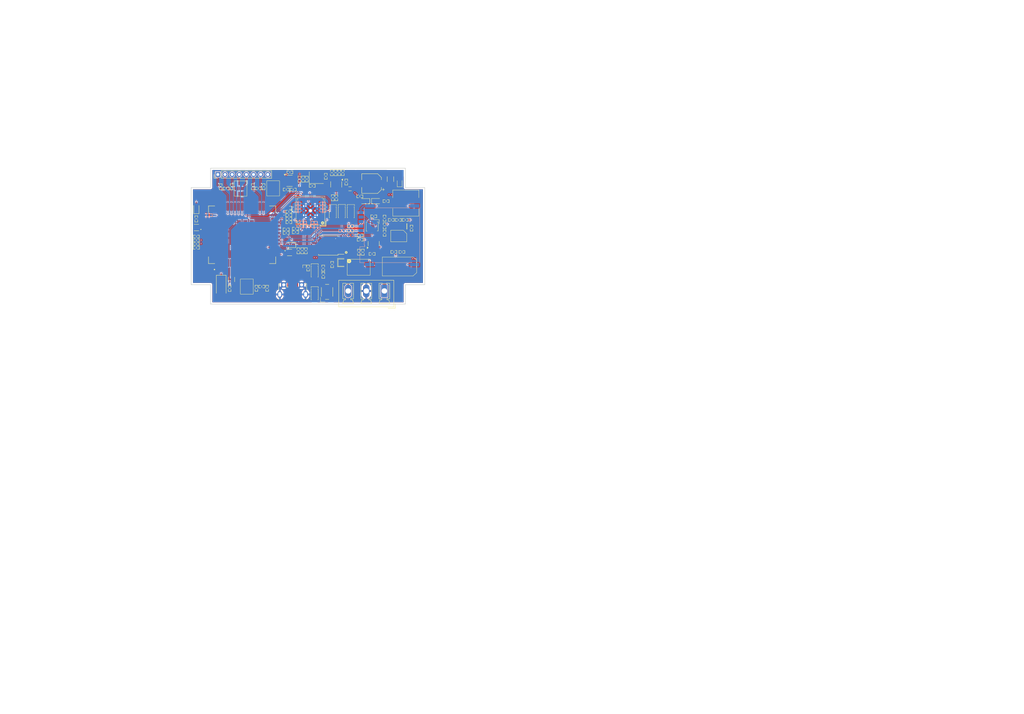
<source format=kicad_pcb>
(kicad_pcb (version 20241229) (generator "pcbnew") (generator_version "9.0")
  (layers (0 "F.Cu" signal) (4 "In1.Cu" signal) (6 "In2.Cu" signal) (2 "B.Cu" signal) (13 "F.Paste" user) (15 "B.Paste" user) (5 "F.SilkS" user "F.Silkscreen") (7 "B.SilkS" user "B.Silkscreen") (1 "F.Mask" user) (3 "B.Mask" user) (25 "Edge.Cuts" user))
  (net 0 "")
  (net 1 "VIN")
  (net 2 "/SD_DET&gt;")
  (net 3 "Net-(IC2-SW)")
  (net 4 "Net-(IC2-BST)")
  (net 5 "/XIN")
  (net 6 "Net-(C15-Pad1)")
  (net 7 "+1V1")
  (net 8 "Net-(C43-Pad1)")
  (net 9 "Net-(IC2-COMP)")
  (net 10 "/VDD_EXT")
  (net 11 "Net-(IC5-SW)")
  (net 12 "Net-(IC5-BS)")
  (net 13 "Earth")
  (net 14 "Net-(IC5-FB)")
  (net 15 "RP2040_3V3")
  (net 16 "Net-(D6-A)")
  (net 17 "/GPIO27_ADC1")
  (net 18 "/GPIO2")
  (net 19 "Net-(D16-PadC)")
  (net 20 "/GPIO3")
  (net 21 "Net-(D18-A)")
  (net 22 "Net-(D19-PadA)")
  (net 23 "/Micro")
  (net 24 "Net-(IC2-FB)")
  (net 25 "/GPIO4")
  (net 26 "Net-(IC2-FREQ)")
  (net 27 "Net-(IC5-EN)")
  (net 29 "ADC_VREF")
  (net 30 "Net-(U5-ADC_AVDD)")
  (net 31 "/USB_D_P")
  (net 32 "/USB_D_N")
  (net 33 "/XOUT")
  (net 34 "/QSPI_SS")
  (net 35 "/~{USB_BOOT}")
  (net 36 "Net-(U6-A)")
  (net 37 "IGN")
  (net 38 "IGN_V")
  (net 39 "Net-(U6-C)")
  (net 40 "Net-(U6-E)")
  (net 41 "Net-(U5-RUN)")
  (net 42 "/RESET")
  (net 43 "/ANT_GPS")
  (net 44 "Net-(C3--)")
  (net 45 "/ANT_GNSS")
  (net 46 "Net-(C5--)")
  (net 47 "/ANT_BT")
  (net 48 "Net-(C7--)")
  (net 49 "GNDD")
  (net 50 "/SIMCLK")
  (net 51 "/SIMRST")
  (net 52 "/SIM1_VDD")
  (net 53 "4V")
  (net 54 "Net-(U4-FB)")
  (net 55 "GNSSVCC")
  (net 56 "/GPIO5")
  (net 57 "Net-(D2-K)")
  (net 58 "Net-(D3-K)")
  (net 59 "/RTS>")
  (net 60 "/CTS>")
  (net 61 "/DBG_TXD")
  (net 62 "/DTR>")
  (net 63 "/DBG_RXD")
  (net 64 "/DCD>")
  (net 65 "/RING>")
  (net 66 "/SIM_RST")
  (net 67 "/SIM_CLK")
  (net 68 "Net-(Q1-C)")
  (net 69 "Net-(Q2-C)")
  (net 70 "/SIM_DAT")
  (net 71 "/TXD_G")
  (net 72 "/RXD_AUX")
  (net 73 "/RXD_G")
  (net 74 "/GNSS_VCC_EN")
  (net 75 "/VRTC")
  (net 78 "/SIMDAT")
  (net 79 "/NETLIGHT")
  (net 80 "/1PPS")
  (net 81 "/PWRKEY")
  (net 83 "/MIC_P")
  (net 84 "/GPIO17")
  (net 85 "/SPKN")
  (net 88 "/GPIO16")
  (net 89 "/MIC_N")
  (net 94 "/SPKP")
  (net 96 "/ADC")
  (net 98 "/SD_CMD")
  (net 103 "/LOUD_SPKP")
  (net 105 "/LOUD_SPKN")
  (net 106 "/SD_CLK")
  (net 109 "/SD_DAT")
  (net 113 "VRAW")
  (net 114 "/QSPI_SD3")
  (net 115 "/QSPI_SD2")
  (net 116 "/QSPI_SD1")
  (net 117 "/QSPI_SD0")
  (net 118 "/QSPI_SCLK")
  (net 119 "/GPIO7")
  (net 120 "/GPIO0")
  (net 121 "/GPIO11")
  (net 122 "/GPIO13")
  (net 123 "/SWCLK")
  (net 124 "/GPIO15")
  (net 125 "/GPIO8")
  (net 126 "/GPIO18")
  (net 127 "/GPIO14")
  (net 128 "/GPIO20")
  (net 129 "/GPIO26_ADC0")
  (net 130 "/GPIO19")
  (net 131 "/GPIO23")
  (net 132 "/GPIO24")
  (net 133 "/GPIO28_ADC2")
  (net 134 "/GPIO29_ADC3")
  (net 135 "/GPIO21")
  (net 136 "/GPIO12")
  (net 137 "/GPIO22")
  (net 138 "/GPIO1")
  (net 139 "/GPIO6")
  (net 140 "/GPIO10")
  (net 141 "/GPIO25")
  (net 142 "/SWD")
  (net 143 "/GPIO9")
  (net 144 "/USB_D+")
  (net 145 "/USB_D-")
  (footprint "Footprint Library:R_0402_1005Metric" (layer "F.Cu") (at 19.13 5.965 180)
    (property "Reference" "R4" (hide yes))
    (property "Value" "0R")
  )
  (footprint "Footprint Library:ESD5341N" (layer "F.Cu") (at 32.07 27.81 -90)
    (property "Reference" "D15" (hide yes))
    (property "Value" "ESD5341N" (hide yes))
  )
  (footprint "Footprint Library:R_0402_1005Metric" (layer "F.Cu") (at 27.68 12.47)
    (property "Reference" "R50" (hide yes))
    (property "Value" "10K")
  )
  (footprint "Footprint Library:R_0402_1005Metric" (layer "F.Cu") (at 34.25 5.27 180)
    (property "Reference" "R24" (hide yes))
    (property "Value" "1K")
  )
  (footprint "Footprint Library:C_0402_1005Metric" (layer "F.Cu") (at 47.69 19.12 180)
    (property "Reference" "C9" (hide yes))
    (property "Value" "33pF")
  )
  (footprint "Footprint Library:R_0402_1005Metric" (layer "F.Cu") (at 57.14 23.79 180)
    (property "Reference" "R31" (hide yes))
    (property "Value" "200K")
  )
  (footprint "Footprint Library:MP1584N" (layer "F.Cu") (at 58.285 19.332 -90)
    (property "Reference" "IC2" (hide yes))
    (property "Value" "MP1584EN" (hide yes))
  )
  (footprint "Footprint Library:ESD5341N" (layer "F.Cu") (at 28.192995 11.44 180)
    (property "Reference" "D11" (hide yes))
    (property "Value" "ESD5341N" (hide yes))
  )
  (footprint "Footprint Library:C_0402_1005Metric" (layer "F.Cu") (at 56.43 14.8)
    (property "Reference" "C43" (hide yes))
    (property "Value" "150pF")
  )
  (footprint "Footprint Library:R_0402_1005Metric" (layer "F.Cu") (at 47.71 20.35 180)
    (property "Reference" "R11" (hide yes))
    (property "Value" "0R")
  )
  (footprint "LED_SMD:LED_0603_1608Metric" (layer "F.Cu") (at 28.15 21.84 180)
    (property "Reference" "D3" (hide yes))
    (property "Value" "LED_GREEN")
  )
  (footprint "Footprint Library:R_0402_1005Metric" (layer "F.Cu") (at 37.32 28.32 -90)
    (property "Reference" "R33" (hide yes))
    (property "Value" "DNP")
  )
  (footprint "Footprint Library:R_0402_1005Metric" (layer "F.Cu") (at 47.59 8.2)
    (property "Reference" "R47" (hide yes))
    (property "Value" "4.7K")
  )
  (footprint "Footprint Library:C_0402_1005Metric" (layer "F.Cu") (at 1.76 21.55 180)
    (property "Reference" "C34" (hide yes))
    (property "Value" "10pF")
  )
  (footprint "Footprint Library:C_0402_1005Metric" (layer "F.Cu") (at 33.1 28.29 -90)
    (property "Reference" "C42" (hide yes))
    (property "Value" "100nF")
  )
  (footprint "Footprint Library:C_0402_1005Metric" (layer "F.Cu") (at 1.76 19.45 180)
    (property "Reference" "C33" (hide yes))
    (property "Value" "33pF")
  )
  (footprint "Footprint Library:C_0402_1005Metric" (layer "F.Cu") (at 44.98 16.54)
    (property "Reference" "C10" (hide yes))
    (property "Value" "33pF")
  )
  (footprint "Footprint Library:C_0402_1005Metric" (layer "F.Cu") (at 41.83 1.53 -90)
    (property "Reference" "C80" (hide yes))
    (property "Value" "33pF")
  )
  (footprint "Footprint Library:XCVR_MC60" (layer "F.Cu") (at 14.58 18.97 90)
    (property "Reference" "U1" (hide yes))
    (property "Value" "MC60_0")
  )
  (footprint "LED_SMD:LED_0603_1608Metric" (layer "F.Cu") (at 52.35 9.54)
    (property "Reference" "D6" (hide yes))
    (property "Value" "LED_WHITE")
  )
  (footprint "Footprint Library:R_0402_1005Metric" (layer "F.Cu") (at 40.8 1.55 90)
    (property "Reference" "R37" (hide yes))
    (property "Value" "124K")
  )
  (footprint "Footprint Library:C_0402_1005Metric" (layer "F.Cu") (at 8.58 5.52 -90)
    (property "Reference" "C2" (hide yes))
    (property "Value" "10pF_DNP")
  )
  (footprint "Footprint Library:C_0402_1005Metric" (layer "F.Cu") (at 27.7 15.45)
    (property "Reference" "C46" (hide yes))
    (property "Value" "4.7uF")
  )
  (footprint "Footprint Library:C_0402_1005Metric" (layer "F.Cu") (at 42.82 1.52 90)
    (property "Reference" "C81" (hide yes))
    (property "Value" "10uF")
  )
  (footprint "Package_TO_SOT_SMD:SOT-523" (layer "F.Cu") (at 11.58 31.51 90)
    (property "Reference" "Q3" (hide yes))
    (property "Value" "DTC114E")
  )
  (footprint "Footprint Library:C_0402_1005Metric" (layer "F.Cu") (at 1.77 20.51 180)
    (property "Reference" "C31" (hide yes))
    (property "Value" "100nF")
  )
  (footprint "Connector_PinHeader_2.00mm:PinHeader_1x08_P2.00mm_Vertical" (layer "F.Cu") (at 7.78 2.07 90)
    (property "Reference" "H2" (hide yes))
    (property "Value" "DNP")
  )
  (footprint "Footprint Library:R_0402_1005Metric" (layer "F.Cu") (at 31.44 23.45 90)
    (property "Reference" "R23" (hide yes))
    (property "Value" "27R")
  )
  (footprint "Footprint Library:R_0402_1005Metric" (layer "F.Cu") (at 39.82 27.31 -90)
    (property "Reference" "R39" (hide yes))
    (property "Value" "3.3K")
  )
  (footprint "Footprint Library:C_0402_1005Metric" (layer "F.Cu") (at 32.72 3.35 90)
    (property "Reference" "C15" (hide yes))
    (property "Value" "27pF")
  )
  (footprint "Footprint Library:IPEX1-3-TXZ 214" (layer "F.Cu") (at 22.155 5.965 180)
    (property "Reference" "J6" (hide yes))
    (property "Value" "IPEX1-3-TXZ 214" (hide yes))
  )
  (footprint "Footprint Library:R_0402_1005Metric" (layer "F.Cu") (at 54.52 14.33 90)
    (property "Reference" "R32" (hide yes))
    (property "Value" "100K")
  )
  (footprint "Footprint Library:R_0402_1005Metric" (layer "F.Cu") (at 39.75 1.55 90)
    (property "Reference" "R45" (hide yes))
    (property "Value" "40.2K")
  )
  (footprint "Footprint Library:C_0402_1005Metric" (layer "F.Cu") (at 41.02 8.58 90)
    (property "Reference" "C79" (hide yes))
    (property "Value" "4.7uF/50V")
  )
  (footprint "Footprint Library:CDRH74NP100MCB" (layer "F.Cu") (at 60.5 10.08 90)
    (property "Reference" "L2" (hide yes))
    (property "Value" "CDRH74NP-100MC-B" (hide yes))
  )
  (footprint "Footprint Library:C_1206_3216Metric" (layer "F.Cu") (at 56.17 3.37 90)
    (property "Reference" "C44" (hide yes))
    (property "Value" "100uF" (hide yes))
  )
  (footprint "Footprint Library:SS14" (layer "F.Cu") (at 45.07 12.69 -90)
    (property "Reference" "D10" (hide yes))
    (property "Value" "SS14" (hide yes))
  )
  (footprint "Footprint Library:C_0402_1005Metric" (layer "F.Cu") (at 38.05 2.58 -90)
    (property "Reference" "C14" (hide yes))
    (property "Value" "27pF")
  )
  (footprint "Footprint Library:R_0402_1005Metric" (layer "F.Cu") (at 31.69 3.36 90)
    (property "Reference" "R49" (hide yes))
    (property "Value" "DNP")
  )
  (footprint "Inductor_SMD:L_0805_2012Metric" (layer "F.Cu") (at 44.85 6.09 180)
    (property "Reference" "L7" (hide yes))
    (property "Value" "LQM21PN2R2MC0D")
  )
  (footprint "Footprint Library:SS14" (layer "F.Cu") (at 40.02 12.69 -90)
    (property "Reference" "D16" (hide yes))
    (property "Value" "SS14" (hide yes))
  )
  (footprint "Footprint Library:SS14" (layer "F.Cu") (at 42.54 12.68 -90)
    (property "Reference" "D17" (hide yes))
    (property "Value" "SS14" (hide yes))
  )
  (footprint "Footprint Library:C_0402_1005Metric" (layer "F.Cu") (at 27.7 14.47)
    (property "Reference" "C39" (hide yes))
    (property "Value" "100nF")
  )
  (footprint "LED_SMD:LED_0603_1608Metric" (layer "F.Cu") (at 1.75 11.56 90)
    (property "Reference" "D2" (hide yes))
    (property "Value" "LED_RED")
  )
  (footprint "Footprint Library:C_0402_1005Metric" (layer "F.Cu") (at 43.78 4.18 -90)
    (property "Reference" "C48" (hide yes))
    (property "Value" "100nF")
  )
  (footprint "Package_TO_SOT_SMD:SOT-523" (layer "F.Cu") (at 27.885 23.96)
    (property "Reference" "Q2" (hide yes))
    (property "Value" "DTC114E")
  )
  (footprint "Footprint Library:R_0402_1005Metric" (layer "F.Cu") (at 48.42 23.855 90)
    (property "Reference" "R43" (hide yes))
    (property "Value" "10K")
  )
  (footprint "Footprint Library:ESDA6V1-5SC6" (layer "F.Cu") (at 51.985 15.39 180)
    (property "Reference" "D8" (hide yes))
    (property "Value" "ESDA6V1-5SC6" (hide yes))
  )
  (footprint "Footprint Library:C_0402_1005Metric" (layer "F.Cu") (at 20.64 5.485 -90)
    (property "Reference" "C7" (hide yes))
    (property "Value" "10pF_DNP")
  )
  (footprint "Footprint Library:R_0402_1005Metric" (layer "F.Cu") (at 26.94 18.47 180)
    (property "Reference" "R12" (hide yes))
    (property "Value" "0R")
  )
  (footprint "Footprint Library:C_0402_1005Metric" (layer "F.Cu") (at 27.98 1.45)
    (property "Reference" "C35" (hide yes))
    (property "Value" "10pF")
  )
  (footprint "Footprint Library:R_0402_1005Metric" (layer "F.Cu") (at 20.105 33.5)
    (property "Reference" "R3" (hide yes))
    (property "Value" "0R")
  )
  (footprint "Footprint Library:R_0402_1005Metric" (layer "F.Cu") (at 54.96 9.53 180)
    (property "Reference" "R38" (hide yes))
    (property "Value" "4.7K")
  )
  (footprint "Footprint Library:C_0402_1005Metric" (layer "F.Cu") (at 11.08 34.03 90)
    (property "Reference" "C45" (hide yes))
    (property "Value" "33pF")
  )
  (footprint "Footprint Library:R_0402_1005Metric" (layer "F.Cu") (at 32.48 23.46 90)
    (property "Reference" "R22" (hide yes))
    (property "Value" "27R")
  )
  (footprint "Footprint Library:R_0402_1005Metric" (layer "F.Cu") (at 40.01 8.6 -90)
    (property "Reference" "R51" (hide yes))
    (property "Value" "10K")
  )
  (footprint "LED_SMD:LED_0603_1608Metric" (layer "F.Cu") (at 48.88 9.56 180)
    (property "Reference" "D18" (hide yes))
    (property "Value" "LED_WHITE")
  )
  (footprint "Footprint Library:R_0402_1005Metric" (layer "F.Cu") (at 47.34 23.87 90)
    (property "Reference" "R44" (hide yes))
    (property "Value" "1K")
  )
  (footprint "Footprint Library:R_0402_1005Metric" (layer "F.Cu") (at 37.34 30.32 -90)
    (property "Reference" "R25" (hide yes))
    (property "Value" "1K")
  )
  (footprint "Footprint Library:SKRPANE010" (layer "F.Cu") (at 38.42 34.99 90)
    (property "Reference" "S2" (hide yes))
    (property "Value" "SKRPANE010" (hide yes))
  )
  (footprint "Footprint Library:C_0402_1005Metric" (layer "F.Cu") (at 51.5 13.8)
    (property "Reference" "C11" (hide yes))
    (property "Value" "33pF")
  )
  (footprint "Footprint Library:SS14" (layer "F.Cu") (at 34.92 29.31 -90)
    (property "Reference" "D19" (hide yes))
    (property "Value" "SS14" (hide yes))
  )
  (footprint "Footprint Library:R_0402_1005Metric" (layer "F.Cu") (at 58.41 14.81 180)
    (property "Reference" "R27" (hide yes))
    (property "Value" "2.2K")
  )
  (footprint "Footprint Library:R_0402_1005Metric" (layer "F.Cu") (at 26.94 17.47 180)
    (property "Reference" "R13" (hide yes))
    (property "Value" "0R")
  )
  (footprint "Footprint Library:C_0402_1005Metric" (layer "F.Cu") (at 62.09 17.1 -90)
    (property "Reference" "C13" (hide yes))
    (property "Value" "100nF")
  )
  (footprint "Footprint Library:C_0402_1005Metric" (layer "F.Cu") (at 18.58 33.98 90)
    (property "Reference" "C5" (hide yes))
    (property "Value" "10pF_DNP")
  )
  (footprint "Footprint Library:R_0402_1005Metric" (layer "F.Cu") (at 27.68 13.48 180)
    (property "Reference" "R48" (hide yes))
    (property "Value" "1K")
  )
  (footprint "Diode_SMD:D_SOD-128" (layer "F.Cu") (at 8.72 33.4725 -90)
    (property "Reference" "D7" (hide yes))
    (property "Value" "PDZVTR5.1B")
  )
  (footprint "Package_TO_SOT_SMD:SOT-23-6" (layer "F.Cu") (at 40.9725 4.84 -90)
    (property "Reference" "IC5" (hide yes))
    (property "Value" "BL9342")
  )
  (footprint "Footprint Library:R_0402_1005Metric" (layer "F.Cu") (at 29.55 18.25 180)
    (property "Reference" "R15" (hide yes))
    (property "Value" "200R")
  )
  (footprint "Footprint Library:SS34FA" (layer "F.Cu") (at 58.75 3.35 90)
    (property "Reference" "D5" (hide yes))
    (property "Value" "SS34FA" (hide yes))
  )
  (footprint "Footprint Library:R_0402_1005Metric" (layer "F.Cu") (at 1.73 14.52 -90)
    (property "Reference" "R8" (hide yes))
    (property "Value" "390R")
  )
  (footprint "Package_TO_SOT_SMD:SOT-23" (layer "F.Cu") (at 51.47 21.4525 90)
    (property "Reference" "U8" (hide yes))
    (property "Value" "TLV76033DBZT")
  )
  (footprint "Footprint Library:IPEX1-3-TXZ 214" (layer "F.Cu") (at 13.015 6 180)
    (property "Reference" "J4" (hide yes))
    (property "Value" "IPEX1-3-TXZ 214" (hide yes))
  )
  (footprint "Package_TO_SOT_SMD:SOT-23-5" (layer "F.Cu") (at 27.8825 3.85)
    (property "Reference" "U4" (hide yes))
    (property "Value" "SGM2019-ADJYN5G/TR")
  )
  (footprint "Footprint Library:C_0402_1005Metric" (layer "F.Cu") (at 44.99 17.82)
    (property "Reference" "C8" (hide yes))
    (property "Value" "33pF")
  )
  (footprint "Footprint Library:C_0402_1005Metric" (layer "F.Cu") (at 21.6 33.98 90)
    (property "Reference" "C4" (hide yes))
    (property "Value" "10pF_DNP")
  )
  (footprint "Footprint Library:R_0402_1005Metric" (layer "F.Cu") (at 26.96 6.28)
    (property "Reference" "R20" (hide yes))
    (property "Value" "47K")
  )
  (footprint "Footprint Library:S6MC" (layer "F.Cu") (at 58.82 27.82 180)
    (property "Reference" "D9" (hide yes))
    (property "Value" "S6MC" (hide yes))
  )
  (footprint "Footprint Library:C_0402_1005Metric" (layer "F.Cu") (at 17.58 5.49 -90)
    (property "Reference" "C6" (hide yes))
    (property "Value" "10pF_DNP")
  )
  (footprint "Footprint Library:R_0402_1005Metric" (layer "F.Cu") (at 1.76 22.61)
    (property "Reference" "R40" (hide yes))
    (property "Value" "DNP")
  )
  (footprint "Footprint Library:R_0402_1005Metric" (layer "F.Cu") (at 29.55 17.25)
    (property "Reference" "R21" (hide yes))
    (property "Value" "1R")
  )
  (footprint "Footprint Library:R_0402_1005Metric" (layer "F.Cu") (at 10.11 6 180)
    (property "Reference" "R2" (hide yes))
    (property "Value" "0R")
  )
  (footprint "Footprint Library:C_0402_1005Metric" (layer "F.Cu") (at 59.4 23.79 180)
    (property "Reference" "C12" (hide yes))
    (property "Value" "10uF")
  )
  (footprint "Footprint Library:R_0402_1005Metric" (layer "F.Cu") (at 28.9225 6.29 180)
    (property "Reference" "R29" (hide yes))
    (property "Value" "43K %1")
  )
  (footprint "Footprint Library:PC817" (layer "F.Cu") (at 42.435 26.8 -90)
    (property "Reference" "U6" (hide yes))
    (property "Value" "PC817C" (hide yes))
  )
  (footprint "Crystal:Crystal_SMD_3225-4Pin_3.2x2.5mm" (layer "F.Cu") (at 35.4 2.95)
    (property "Reference" "Y1" (hide yes))
    (property "Value" "CF4012M00020001")
  )
  (footprint "Footprint Library:R_0402_1005Metric" (layer "F.Cu") (at 30.35 23.45 -90)
    (property "Reference" "R9" (hide yes))
    (property "Value" "270R")
  )
  (footprint "Capacitor_SMD:CP_Elec_5x5.7" (layer "F.Cu") (at 50.89 4.61 180)
    (property "Reference" "C30" (hide yes))
    (property "Value" "100uF")
  )
  (footprint "Footprint Library:Micro-B SMD" (layer "F.Cu") (at 28.765 33.01)
    (property "Reference" "J20" (hide yes))
    (property "Value" "MICRO XNJ ZB" (hide yes))
  )
  (footprint "Footprint Library:R_0402_1005Metric" (layer "F.Cu") (at 54.53 16.48 90)
    (property "Reference" "R36" (hide yes))
    (property "Value" "160K")
  )
  (footprint "Footprint Library:SS14" (layer "F.Cu") (at 34.92 35.72 -90)
    (property "Reference" "D32" (hide yes))
    (property "Value" "SS14" (hide yes))
  )
  (footprint "Footprint Library:RP2040-QFN-56" (layer "F.Cu") (at 33.745 12.205 180)
    (property "Reference" "U5" (hide yes))
    (property "Value" "RP2040" (hide yes))
  )
  (footprint "Footprint Library:R_0402_1005Metric" (layer "F.Cu") (at 54.53 18.53 -90)
    (property "Reference" "R34" (hide yes))
    (property "Value" "40.2K")
  )
  (footprint "Footprint Library:IPEX1-3-TXZ 214" (layer "F.Cu") (at 17.025 33.5)
    (property "Reference" "J5" (hide yes))
    (property "Value" "IPEX1-3-TXZ 214" (hide yes))
  )
  (footprint "Footprint Library:C_0402_1005Metric" (layer "F.Cu") (at 11.63 5.52 -90)
    (property "Reference" "C3" (hide yes))
    (property "Value" "10pF_DNP")
  )
  (footprint "Footprint Library:KF2EDGR-Y-5.08-3P-Right Angle" (layer "F.Cu") (at 54.48 34.73 180)
    (property "Reference" "J9" (hide yes))
    (property "Value" "KF2EDGR-Y-5.08-3P-Right Angle" (hide yes))
  )
  (footprint "Package_TO_SOT_SMD:SOT-523" (layer "F.Cu") (at 1.77 16.96 180)
    (property "Reference" "Q1" (hide yes))
    (property "Value" "DTC114E")
  )
  (footprint "Footprint Library:R_0402_1005Metric" (layer "F.Cu") (at 60.34 14.8 180)
    (property "Reference" "R26" (hide yes))
    (property "Value" "100K")
  )
  (footprint "Footprint Library:W25Q16JVSIQ" (layer "F.Cu") (at 38.75 21.96 180)
    (property "Reference" "U7" (hide yes))
    (property "Value" "W25Q16JVSIQ" (hide yes))
  )
  (footprint "Footprint Library:R_0402_1005Metric" (layer "F.Cu") (at 30.65 3.37 -90)
    (property "Reference" "R28" (hide yes))
    (property "Value" "75K %1")
  )
  (footprint "Footprint Library:R_0402_1005Metric" (layer "F.Cu") (at 51.03 24.35)
    (property "Reference" "R41" (hide yes))
    (property "Value" "33R")
  )
  (footprint "Footprint Library:C_0402_1005Metric" (layer "B.Cu") (at 34.27 16.03 -90)
    (property "Reference" "C18" (hide yes))
    (property "Value" "100nF")
  )
  (footprint "Footprint Library:R_0402_1005Metric" (layer "B.Cu") (at 44.98 16.55 180)
    (property "Reference" "R6" (hide yes))
    (property "Value" "22R")
  )
  (footprint "Footprint Library:C_0402_1005Metric" (layer "B.Cu") (at 37.22 10.23 180)
    (property "Reference" "C23" (hide yes))
    (property "Value" "100nF")
  )
  (footprint "Footprint Library:C_0402_1005Metric" (layer "B.Cu") (at 31.26 15.99 90)
    (property "Reference" "C21" (hide yes))
    (property "Value" "1uF")
  )
  (footprint "Footprint Library:C_0402_1005Metric" (layer "B.Cu") (at 30.24 12.19)
    (property "Reference" "C41" (hide yes))
    (property "Value" "100nF")
  )
  (footprint "Footprint Library:C_0402_1005Metric" (layer "B.Cu") (at 30.24 11.21)
    (property "Reference" "C40" (hide yes))
    (property "Value" "100nF")
  )
  (footprint "Footprint Library:C_0402_1005Metric" (layer "B.Cu") (at 30.26 15.98 90)
    (property "Reference" "C24" (hide yes))
    (property "Value" "100nF")
  )
  (footprint "Footprint Library:C_0402_1005Metric" (layer "B.Cu") (at 32.25 15.99 -90)
    (property "Reference" "C20" (hide yes))
    (property "Value" "1uF")
  )
  (footprint "Footprint Library:R_0402_1005Metric" (layer "B.Cu") (at 44.99 17.82)
    (property "Reference" "R5" (hide yes))
    (property "Value" "100K")
  )
  (footprint "Footprint Library:C_0402_1005Metric" (layer "B.Cu") (at 5.38 13.48 180)
    (property "Reference" "C1" (hide yes))
    (property "Value" "4.7uF")
  )
  (footprint "Footprint Library:HX MICRO SIM 6P H1.35" (layer "B.Cu") (at 63 27.34 -90)
    (property "Reference" "CN4" (hide yes))
    (property "Value" "HX MICRO SIM 6P H1.35" (hide yes))
  )
  (footprint "Footprint Library:C_0402_1005Metric" (layer "B.Cu") (at 35.27 16.02 -90)
    (property "Reference" "C19" (hide yes))
    (property "Value" "100nF")
  )
  (footprint "Footprint Library:C_0402_1005Metric" (layer "B.Cu") (at 30.24 10.23)
    (property "Reference" "C26" (hide yes))
    (property "Value" "100nF")
  )
  (footprint "Footprint Library:R_0402_1005Metric" (layer "B.Cu") (at 42.53 17.82 180)
    (property "Reference" "R10" (hide yes))
    (property "Value" "22R")
  )
  (footprint "Footprint Library:R_0402_1005Metric" (layer "B.Cu") (at 44.97 19.09 180)
    (property "Reference" "R7" (hide yes))
    (property "Value" "22R")
  )
  (footprint "Footprint Library:C_0402_1005Metric" (layer "B.Cu") (at 37.22 11.21 180)
    (property "Reference" "C25" (hide yes))
    (property "Value" "100nF")
  )
  (footprint "Footprint Library:C_0402_1005Metric" (layer "B.Cu") (at 37.22 12.19 180)
    (property "Reference" "C22" (hide yes))
    (property "Value" "100nF")
  )
  (gr_line (start 5.73 32.97) (end 0.3 32.97) (stroke (width 0.15)) (layer "Edge.Cuts"))
  (gr_line (start 60.37 32.97) (end 60.37 38.4) (stroke (width 0.15)) (layer "Edge.Cuts"))
  (gr_line (start 60.37 5.73) (end 65.8 5.73) (stroke (width 0.15)) (layer "Edge.Cuts"))
  (gr_line (start 65.8 5.73) (end 65.8 32.97) (stroke (width 0.15)) (layer "Edge.Cuts"))
  (gr_line (start 0.3 32.97) (end 0.3 5.73) (stroke (width 0.15)) (layer "Edge.Cuts"))
  (gr_line (start 5.73 38.4) (end 5.73 32.97) (stroke (width 0.15)) (layer "Edge.Cuts"))
  (gr_line (start 5.73 0.3) (end 60.37 0.3) (stroke (width 0.15)) (layer "Edge.Cuts"))
  (gr_line (start 65.8 32.97) (end 60.37 32.97) (stroke (width 0.15)) (layer "Edge.Cuts"))
  (gr_line (start 60.37 0.3) (end 60.37 5.73) (stroke (width 0.15)) (layer "Edge.Cuts"))
  (gr_line (start 0.3 5.73) (end 5.73 5.73) (stroke (width 0.15)) (layer "Edge.Cuts"))
  (gr_line (start 5.73 5.73) (end 5.73 0.3) (stroke (width 0.15)) (layer "Edge.Cuts"))
  (gr_line (start 60.37 38.4) (end 5.73 38.4) (stroke (width 0.15)) (layer "Edge.Cuts"))
  (segment (start 40.9725 7.27) (end 40.9725 8.0525) (width 0.381) (layer "F.Cu") (net 1))
  (segment (start 52.42 22.39) (end 53.34 22.39) (width 0.508) (layer "F.Cu") (net 1))
  (segment (start 27.17 12.47) (end 26.4 12.47) (width 0.508) (layer "F.Cu") (net 1))
  (segment (start 40.9725 8.0525) (end 41.02 8.1) (width 0.508) (layer "F.Cu") (net 1))
  (segment (start 60.85 14.8) (end 61.72 14.8) (width 0.508) (layer "F.Cu") (net 1))
  (segment (start 40.9725 5.9775) (end 40.9725 7.27) (width 0.381) (layer "F.Cu") (net 1))
  (segment (start 58.92 22.044) (end 58.92 23.79) (width 0.508) (layer "F.Cu") (net 1))
  (via (at 26.4 12.47) (size 0.4) (drill 0.2) (layers "F.Cu" "B.Cu") (net 1))
  (via (at 53.34 22.39) (size 0.4) (drill 0.2) (layers "F.Cu" "B.Cu") (net 1))
  (via (at 63.07 25.68) (size 0.4) (drill 0.2) (layers "F.Cu" "B.Cu") (net 1))
  (via (at 61.72 14.8) (size 0.508) (drill 0.254) (layers "F.Cu" "B.Cu") (net 1))
  (via (at 62.42 25.67) (size 0.4) (drill 0.2) (layers "F.Cu" "B.Cu") (net 1))
  (via (at 40.9725 7.27) (size 0.4) (drill 0.2) (layers "F.Cu" "B.Cu") (net 1))
  (segment (start 35.44 3.06) (end 36.4 2.1) (width 0.2) (layer "F.Cu") (net 5))
  (segment (start 34.345 8.7305) (end 34.345 7.695) (width 0.2) (layer "F.Cu") (net 5))
  (segment (start 35.44 6.6) (end 35.44 3.06) (width 0.2) (layer "F.Cu") (net 5))
  (segment (start 38.05 2.1) (end 36.5 2.1) (width 0.2032) (layer "F.Cu") (net 5))
  (segment (start 34.345 7.695) (end 35.44 6.6) (width 0.2) (layer "F.Cu") (net 5))
  (segment (start 36.4 2.1) (end 36.5 2.1) (width 0.2) (layer "F.Cu") (net 5))
  (segment (start 33.74 5.27) (end 34.3 4.71) (width 0.2032) (layer "F.Cu") (net 6))
  (segment (start 32.72 3.83) (end 34.27 3.83) (width 0.2032) (layer "F.Cu") (net 6))
  (segment (start 34.27 3.83) (end 34.3 3.8) (width 0.2032) (layer "F.Cu") (net 6))
  (segment (start 34.3 4.71) (end 34.3 3.8) (width 0.2032) (layer "F.Cu") (net 6))
  (segment (start 33.14 9.61) (end 33.14 8.7355) (width 0.2) (layer "F.Cu") (net 7))
  (segment (start 33.945 14.735) (end 33.95 14.73) (width 0.2) (layer "F.Cu") (net 7))
  (segment (start 33.945 15.6795) (end 33.945 14.735) (width 0.2) (layer "F.Cu") (net 7))
  (segment (start 31.945 14.715) (end 31.94 14.71) (width 0.254) (layer "F.Cu") (net 7))
  (segment (start 33.14 8.7355) (end 33.145 8.7305) (width 0.2) (layer "F.Cu") (net 7))
  (segment (start 31.945 15.6795) (end 31.945 14.715) (width 0.2032) (layer "F.Cu") (net 7))
  (via (at 33.95 14.73) (size 0.4) (drill 0.2) (layers "F.Cu" "B.Cu") (net 7))
  (via (at 31.94 14.71) (size 0.4) (drill 0.2) (layers "F.Cu" "B.Cu") (net 7))
  (via (at 33.14 9.61) (size 0.4) (drill 0.2) (layers "F.Cu" "B.Cu") (net 7))
  (segment (start 34.27 15.55) (end 34.27 15.05) (width 0.254) (layer "B.Cu") (net 7))
  (segment (start 34.27 15.05) (end 33.95 14.73) (width 0.254) (layer "B.Cu") (net 7))
  (segment (start 32.25 15.02) (end 31.94 14.71) (width 0.254) (layer "B.Cu") (net 7))
  (segment (start 32.25 15.51) (end 32.25 15.02) (width 0.254) (layer "B.Cu") (net 7))
  (segment (start 35.26 15.55) (end 35.27 15.54) (width 0.254) (layer "B.Cu") (net 7))
  (segment (start 34.27 15.55) (end 35.26 15.55) (width 0.254) (layer "B.Cu") (net 7))
  (segment (start 54.56 14.8) (end 54.52 14.84) (width 0.254) (layer "F.Cu") (net 8))
  (segment (start 55.95 14.8) (end 54.56 14.8) (width 0.254) (layer "F.Cu") (net 8))
  (segment (start 57.65 15.89) (end 57.65 16.62) (width 0.254) (layer "F.Cu") (net 9))
  (segment (start 56.91 14.8) (end 56.91 15.15) (width 0.254) (layer "F.Cu") (net 9))
  (segment (start 56.91 15.15) (end 57.65 15.89) (width 0.254) (layer "F.Cu") (net 9))
  (segment (start 7.35 13.48) (end 5.34 13.48) (width 0.381) (layer "F.Cu") (net 10))
  (segment (start 5.34 13.48) (end 5.33 13.47) (width 0.381) (layer "F.Cu") (net 10))
  (via (at 7.35 13.48) (size 0.4) (drill 0.2) (layers "F.Cu" "B.Cu") (net 10))
  (segment (start 5.86 13.48) (end 7.35 13.48) (width 0.381) (layer "B.Cu") (net 10))
  (segment (start 43.7775 3.7025) (end 43.78 3.7) (width 0.508) (layer "F.Cu") (net 12))
  (segment (start 41.9225 3.7025) (end 43.7775 3.7025) (width 0.508) (layer "F.Cu") (net 12))
  (via (at 26.35 13.49) (size 0.4) (drill 0.2) (layers "F.Cu" "B.Cu") (net 13))
  (via (at 30.45 20.93) (size 0.4) (drill 0.2) (layers "F.Cu" "B.Cu") (net 13))
  (via (at 40.81 20.05) (size 0.4) (drill 0.2) (layers "F.Cu" "B.Cu") (net 13))
  (segment (start 30.06 18.25) (end 30.61 18.25) (width 0.254) (layer "F.Cu") (net 15))
  (segment (start 28.935 11.205) (end 28.93 11.2) (width 0.2) (layer "F.Cu") (net 15))
  (segment (start 38.375 14.805) (end 38.38 14.8) (width 0.2) (layer "F.Cu") (net 15))
  (segment (start 33.145 15.6795) (end 33.145 16.495) (width 0.2) (layer "F.Cu") (net 15))
  (segment (start 33.545 16.485) (end 33.34 16.69) (width 0.2032) (layer "F.Cu") (net 15))
  (segment (start 37.2195 14.805) (end 38.375 14.805) (width 0.2) (layer "F.Cu") (net 15))
  (segment (start 38.325 11.205) (end 38.33 11.21) (width 0.2032) (layer "F.Cu") (net 15))
  (segment (start 30.2705 14.805) (end 29.365 14.805) (width 0.2) (layer "F.Cu") (net 15))
  (segment (start 37.2195 11.205) (end 38.325 11.205) (width 0.2032) (layer "F.Cu") (net 15))
  (segment (start 31.545 17.315) (end 31.545 15.6795) (width 0.2) (layer "F.Cu") (net 15))
  (segment (start 30.61 18.25) (end 31.26 17.6) (width 0.254) (layer "F.Cu") (net 15))
  (segment (start 33.545 7.165) (end 33.545 8.7305) (width 0.2032) (layer "F.Cu") (net 15))
  (segment (start 33.145 16.495) (end 33.34 16.69) (width 0.2032) (layer "F.Cu") (net 15))
  (segment (start 29.365 14.805) (end 29.36 14.81) (width 0.2) (layer "F.Cu") (net 15))
  (segment (start 30.2705 11.205) (end 28.935 11.205) (width 0.2) (layer "F.Cu") (net 15))
  (segment (start 31.26 17.6) (end 31.545 17.315) (width 0.2) (layer "F.Cu") (net 15))
  (segment (start 33.545 15.6795) (end 33.545 16.485) (width 0.2) (layer "F.Cu") (net 15))
  (via (at 35.43 25.37) (size 0.4) (drill 0.2) (layers "F.Cu" "B.Cu") (net 15))
  (via (at 34.82 25.37) (size 0.4) (drill 0.2) (layers "F.Cu" "B.Cu") (net 15))
  (via (at 38.33 11.21) (size 0.4) (drill 0.2) (layers "F.Cu" "B.Cu") (net 15))
  (via (at 29.36 14.81) (size 0.4) (drill 0.2) (layers "F.Cu" "B.Cu") (net 15))
  (via (at 38.38 14.8) (size 0.4) (drill 0.2) (layers "F.Cu" "B.Cu") (net 15))
  (via (at 28.93 11.2) (size 0.4) (drill 0.2) (layers "F.Cu" "B.Cu") (net 15))
  (via (at 33.545 7.165) (size 0.4) (drill 0.2) (layers "F.Cu" "B.Cu") (net 15))
  (via (at 33.34 16.69) (size 0.4) (drill 0.2) (layers "F.Cu" "B.Cu") (net 15))
  (via (at 46.59 7.56) (size 0.4) (drill 0.2) (layers "F.Cu" "B.Cu") (net 15))
  (via (at 46.17 7.19) (size 0.4) (drill 0.2) (layers "F.Cu" "B.Cu") (net 15))
  (via (at 31.26 17.6) (size 0.4) (drill 0.2) (layers "F.Cu" "B.Cu") (net 15))
  (segment (start 31.25 16.46) (end 31.26 16.47) (width 0.254) (layer "B.Cu") (net 15))
  (segment (start 31.26 16.47) (end 31.26 17.6) (width 0.254) (layer "B.Cu") (net 15))
  (segment (start 30.26 16.46) (end 31.25 16.46) (width 0.254) (layer "B.Cu") (net 15))
  (segment (start 53.1475 9.53) (end 53.1375 9.54) (width 0.508) (layer "F.Cu") (net 16))
  (segment (start 54.45 9.53) (end 53.1475 9.53) (width 0.508) (layer "F.Cu") (net 16))
  (segment (start 28.192995 12.467005) (end 28.19 12.47) (width 0.2) (layer "F.Cu") (net 17))
  (segment (start 28.19 13.48) (end 28.19 12.47) (width 0.2) (layer "F.Cu") (net 17))
  (segment (start 28.192995 11.44) (end 28.192995 12.467005) (width 0.2) (layer "F.Cu") (net 17))
  (segment (start 30.2705 13.605) (end 28.315 13.605) (width 0.2) (layer "F.Cu") (net 17))
  (segment (start 28.315 13.605) (end 28.19 13.48) (width 0.2) (layer "F.Cu") (net 17))
  (segment (start 37.2195 13.605) (end 38.285 13.605) (width 0.2) (layer "F.Cu") (net 18))
  (segment (start 38.285 13.605) (end 38.87 14.19) (width 0.2) (layer "F.Cu") (net 18))
  (segment (start 38.87 14.19) (end 40.02 14.19) (width 0.2) (layer "F.Cu") (net 18))
  (segment (start 40.03 11.18) (end 40.02 11.19) (width 0.381) (layer "F.Cu") (net 19))
  (segment (start 42.54 11.18) (end 40.03 11.18) (width 0.381) (layer "F.Cu") (net 19))
  (segment (start 40.01 11.18) (end 40.02 11.19) (width 0.381) (layer "F.Cu") (net 19))
  (segment (start 40.01 9.11) (end 40.01 11.18) (width 0.381) (layer "F.Cu") (net 19))
  (segment (start 37.2195 13.205) (end 40.685 13.205) (width 0.2) (layer "F.Cu") (net 20))
  (segment (start 41.66 14.18) (end 42.54 14.18) (width 0.2) (layer "F.Cu") (net 20))
  (segment (start 42.54 17.49) (end 42.54 14.18) (width 0.2032) (layer "F.Cu") (net 20))
  (segment (start 44.9 22.61) (end 44.9 19.85) (width 0.2032) (layer "F.Cu") (net 20))
  (segment (start 47.34 23.36) (end 45.65 23.36) (width 0.2032) (layer "F.Cu") (net 20))
  (segment (start 45.65 23.36) (end 44.9 22.61) (width 0.2032) (layer "F.Cu") (net 20))
  (segment (start 44.9 19.85) (end 42.54 17.49) (width 0.2032) (layer "F.Cu") (net 20))
  (segment (start 40.685 13.205) (end 41.66 14.18) (width 0.2) (layer "F.Cu") (net 20))
  (segment (start 48.1 9.5525) (end 48.0925 9.56) (width 0.508) (layer "F.Cu") (net 21))
  (segment (start 48.1 8.2) (end 48.1 9.5525) (width 0.508) (layer "F.Cu") (net 21))
  (segment (start 34.92 34.22) (end 34.92 30.81) (width 0.381) (layer "F.Cu") (net 22))
  (segment (start 27.465 35.845) (end 27.465 32.5625) (width 0.381) (layer "F.Cu") (net 23))
  (segment (start 34.92 37.22) (end 28.84 37.22) (width 0.381) (layer "F.Cu") (net 23))
  (segment (start 28.84 37.22) (end 27.465 35.845) (width 0.381) (layer "F.Cu") (net 23))
  (segment (start 56.38 16.62) (end 55.69 16.62) (width 0.381) (layer "F.Cu") (net 24))
  (segment (start 55.32 16.99) (end 54.53 16.99) (width 0.381) (layer "F.Cu") (net 24))
  (segment (start 55.69 16.62) (end 55.32 16.99) (width 0.381) (layer "F.Cu") (net 24))
  (segment (start 54.53 16.99) (end 54.53 18.02) (width 0.381) (layer "F.Cu") (net 24))
  (segment (start 58.175 12.805) (end 58.92 13.55) (width 0.2) (layer "F.Cu") (net 25))
  (segment (start 58.92 16.62) (end 58.92 14.81) (width 0.254) (layer "F.Cu") (net 25))
  (segment (start 58.92 14.81) (end 59.82 14.81) (width 0.254) (layer "F.Cu") (net 25))
  (segment (start 59.82 14.81) (end 59.83 14.8) (width 0.254) (layer "F.Cu") (net 25))
  (segment (start 37.2195 12.805) (end 58.175 12.805) (width 0.2) (layer "F.Cu") (net 25))
  (segment (start 58.92 13.55) (end 58.92 14.81) (width 0.2) (layer "F.Cu") (net 25))
  (segment (start 57.65 23.79) (end 57.65 24.8) (width 0.381) (layer "F.Cu") (net 26))
  (segment (start 57.65 22.044) (end 57.65 23.79) (width 0.381) (layer "F.Cu") (net 26))
  (via (at 57.65 24.8) (size 0.508) (drill 0.254) (layers "F.Cu" "B.Cu") (net 26))
  (segment (start 40.01 8.09) (end 40.01 5.99) (width 0.381) (layer "F.Cu") (net 27))
  (segment (start 40.01 5.99) (end 40.0225 5.9775) (width 0.381) (layer "F.Cu") (net 27))
  (segment (start 29.04 17.25) (end 29.04 18.25) (width 0.254) (layer "F.Cu") (net 29))
  (segment (start 30.06 17.25) (end 30.7 17.25) (width 0.2) (layer "F.Cu") (net 30))
  (segment (start 30.7 17.25) (end 31.145 16.805) (width 0.2) (layer "F.Cu") (net 30))
  (segment (start 31.145 16.805) (end 31.145 15.6795) (width 0.2) (layer "F.Cu") (net 30))
  (segment (start 32.1312 22.6012) (end 32.1312 19.257986) (width 0.1524) (layer "F.Cu") (net 31))
  (segment (start 32.1312 19.257986) (end 32.7212 18.667986) (width 0.1524) (layer "F.Cu") (net 31))
  (segment (start 32.7212 16.415801) (end 32.745 16.392001) (width 0.1524) (layer "F.Cu") (net 31))
  (segment (start 32.48 22.95) (end 32.1312 22.6012) (width 0.1524) (layer "F.Cu") (net 31))
  (segment (start 32.745 16.392001) (end 32.745 15.6795) (width 0.1524) (layer "F.Cu") (net 31))
  (segment (start 32.7212 18.667986) (end 32.7212 16.415801) (width 0.1524) (layer "F.Cu") (net 31))
  (segment (start 32.3688 16.415801) (end 32.345 16.392001) (width 0.1524) (layer "F.Cu") (net 32))
  (segment (start 31.44 22.94) (end 31.7788 22.6012) (width 0.1524) (layer "F.Cu") (net 32))
  (segment (start 32.345 16.392001) (end 32.345 15.6795) (width 0.1524) (layer "F.Cu") (net 32))
  (segment (start 32.3688 18.522014) (end 32.3688 16.415801) (width 0.1524) (layer "F.Cu") (net 32))
  (segment (start 31.7788 22.6012) (end 31.7788 19.112014) (width 0.1524) (layer "F.Cu") (net 32))
  (segment (start 31.7788 19.112014) (end 32.3688 18.522014) (width 0.1524) (layer "F.Cu") (net 32))
  (segment (start 33.945 8.7305) (end 33.945 7.535) (width 0.2) (layer "F.Cu") (net 33))
  (segment (start 34.76 6.72) (end 34.76 5.27) (width 0.2) (layer "F.Cu") (net 33))
  (segment (start 33.945 7.535) (end 34.76 6.72) (width 0.2) (layer "F.Cu") (net 33))
  (segment (start 37.34 28.85) (end 38.05 28.85) (width 0.254) (layer "F.Cu") (net 34))
  (segment (start 37.34 28.85) (end 37.32 28.83) (width 0.254) (layer "F.Cu") (net 34))
  (segment (start 38.05 28.85) (end 38.52 28.38) (width 0.254) (layer "F.Cu") (net 34))
  (segment (start 36.345 17.575) (end 37.08 18.31) (width 0.2032) (layer "F.Cu") (net 34))
  (segment (start 44.39 23.05) (end 43.575 23.865) (width 0.2032) (layer "F.Cu") (net 34))
  (segment (start 38.52 24.86) (end 39.515 23.865) (width 0.254) (layer "F.Cu") (net 34))
  (segment (start 43.575 23.865) (end 42.35 23.865) (width 0.2032) (layer "F.Cu") (net 34))
  (segment (start 37.34 29.81) (end 37.34 28.85) (width 0.254) (layer "F.Cu") (net 34))
  (segment (start 37.08 18.31) (end 42.7 18.31) (width 0.2032) (layer "F.Cu") (net 34))
  (segment (start 42.7 18.31) (end 44.39 20) (width 0.2032) (layer "F.Cu") (net 34))
  (segment (start 38.52 28.38) (end 38.52 24.86) (width 0.254) (layer "F.Cu") (net 34))
  (segment (start 39.515 23.865) (end 42.35 23.865) (width 0.254) (layer "F.Cu") (net 34))
  (segment (start 36.345 15.6795) (end 36.345 17.575) (width 0.2) (layer "F.Cu") (net 34))
  (segment (start 44.39 20) (end 44.39 23.05) (width 0.2032) (layer "F.Cu") (net 34))
  (segment (start 37.345 37.065) (end 37.345 32.915) (width 0.254) (layer "F.Cu") (net 35))
  (segment (start 37.345 32.915) (end 37.345 30.835) (width 0.254) (layer "F.Cu") (net 35))
  (segment (start 37.345 30.835) (end 37.34 30.83) (width 0.254) (layer "F.Cu") (net 35))
  (segment (start 39.82 26.8) (end 42.435 26.8) (width 0.381) (layer "F.Cu") (net 36))
  (segment (start 39.82 30.1) (end 40.92 31.2) (width 0.381) (layer "F.Cu") (net 37))
  (segment (start 43.18 31.2) (end 44.32 32.34) (width 0.381) (layer "F.Cu") (net 37))
  (segment (start 39.82 27.82) (end 39.82 30.1) (width 0.381) (layer "F.Cu") (net 37))
  (segment (start 40.92 31.2) (end 43.18 31.2) (width 0.381) (layer "F.Cu") (net 37))
  (segment (start 44.32 32.34) (end 44.32 34.73) (width 0.381) (layer "F.Cu") (net 37))
  (segment (start 50.52 24.35) (end 50.52 22.39) (width 0.381) (layer "F.Cu") (net 38))
  (segment (start 52.095 25.645) (end 52.095 26.8) (width 0.381) (layer "F.Cu") (net 39))
  (segment (start 51.54 24.35) (end 51.54 25.09) (width 0.381) (layer "F.Cu") (net 39))
  (segment (start 51.54 25.09) (end 52.095 25.645) (width 0.381) (layer "F.Cu") (net 39))
  (segment (start 50.04 29.34) (end 48.42 27.72) (width 0.381) (layer "F.Cu") (net 40))
  (segment (start 52.095 29.34) (end 50.04 29.34) (width 0.381) (layer "F.Cu") (net 40))
  (segment (start 48.42 27.72) (end 48.42 24.365) (width 0.381) (layer "F.Cu") (net 40))
  (segment (start 47.34 24.38) (end 48.405 24.38) (width 0.381) (layer "F.Cu") (net 40))
  (segment (start 48.405 24.38) (end 48.42 24.365) (width 0.381) (layer "F.Cu") (net 40))
  (segment (start 31.945 6.265) (end 31.945 8.7305) (width 0.2) (layer "F.Cu") (net 41))
  (segment (start 31.69 6.01) (end 31.945 6.265) (width 0.2032) (layer "F.Cu") (net 41))
  (segment (start 31.69 3.87) (end 31.69 6.01) (width 0.2032) (layer "F.Cu") (net 41))
  (segment (start 8.58 6) (end 8.58 11.07) (width 0.508) (layer "F.Cu") (net 43))
  (segment (start 8.58 6) (end 9.6 6) (width 0.508) (layer "F.Cu") (net 43))
  (segment (start 11.63 6) (end 13.015 6) (width 0.508) (layer "F.Cu") (net 44))
  (segment (start 10.62 6) (end 11.63 6) (width 0.508) (layer "F.Cu") (net 44))
  (segment (start 21.6 26.89) (end 21.58 26.87) (width 0.508) (layer "F.Cu") (net 45))
  (segment (start 20.615 33.5) (end 21.6 33.5) (width 0.508) (layer "F.Cu") (net 45))
  (segment (start 21.6 33.5) (end 21.6 26.89) (width 0.508) (layer "F.Cu") (net 45))
  (segment (start 18.58 33.5) (end 19.595 33.5) (width 0.508) (layer "F.Cu") (net 46))
  (segment (start 17.025 33.5) (end 18.58 33.5) (width 0.508) (layer "F.Cu") (net 46))
  (segment (start 17.58 5.97) (end 18.615 5.97) (width 0.508) (layer "F.Cu") (net 47))
  (segment (start 18.615 5.97) (end 18.62 5.965) (width 0.508) (layer "F.Cu") (net 47))
  (segment (start 17.58 5.97) (end 17.58 11.07) (width 0.508) (layer "F.Cu") (net 47))
  (segment (start 19.64 5.965) (end 20.64 5.965) (width 0.508) (layer "F.Cu") (net 48))
  (segment (start 20.64 5.965) (end 22.155 5.965) (width 0.508) (layer "F.Cu") (net 48))
  (segment (start 51.035 14.51) (end 51.035 13.815) (width 0.254) (layer "F.Cu") (net 49))
  (segment (start 51.035 15.39) (end 51.035 14.51) (width 0.254) (layer "F.Cu") (net 49))
  (segment (start 48.22 19.17) (end 48.17 19.12) (width 0.381) (layer "F.Cu") (net 49))
  (segment (start 44.51 17.82) (end 44.51 16.55) (width 0.254) (layer "F.Cu") (net 49))
  (segment (start 23.83 24.47) (end 25.65 24.47) (width 0.254) (layer "F.Cu") (net 49))
  (segment (start 44.51 16.55) (end 44.5 16.54) (width 0.254) (layer "F.Cu") (net 49))
  (segment (start 49.01 20.35) (end 48.22 20.35) (width 0.381) (layer "F.Cu") (net 49))
  (segment (start 44.5 16.54) (end 44.5 15.76) (width 0.254) (layer "F.Cu") (net 49))
  (segment (start 51.035 13.815) (end 51.02 13.8) (width 0.254) (layer "F.Cu") (net 49))
  (segment (start 48.22 20.35) (end 48.22 19.17) (width 0.381) (layer "F.Cu") (net 49))
  (via (at 25.65 24.47) (size 0.4) (drill 0.2) (layers "F.Cu" "B.Cu") (net 49))
  (via (at 61.13 10.89) (size 0.4) (drill 0.2) (layers "F.Cu" "B.Cu") (net 49))
  (via (at 50.32 26.17) (size 0.4) (drill 0.2) (layers "F.Cu" "B.Cu") (net 49))
  (via (at 44.5 15.76) (size 0.4) (drill 0.2) (layers "F.Cu" "B.Cu") (net 49))
  (via (at 51.035 14.51) (size 0.4) (drill 0.2) (layers "F.Cu" "B.Cu") (net 49))
  (via (at 52.27 10.89) (size 0.4) (drill 0.2) (layers "F.Cu" "B.Cu") (net 49))
  (via (at 49.01 20.35) (size 0.4) (drill 0.2) (layers "F.Cu" "B.Cu") (net 49))
  (via (at 60.97 27.35) (size 0.4) (drill 0.2) (layers "F.Cu" "B.Cu") (net 49))
  (segment (start 48.59 10.89) (end 50.4 10.89) (width 0.381) (layer "B.Cu") (net 49))
  (segment (start 47.895 11.585) (end 48.59 10.89) (width 0.381) (layer "B.Cu") (net 49))
  (segment (start 50.32 27.34) (end 50.32 26.17) (width 0.381) (layer "B.Cu") (net 49))
  (segment (start 60.98 27.34) (end 60.97 27.35) (width 0.381) (layer "B.Cu") (net 49))
  (segment (start 47.895 12.74) (end 47.895 11.585) (width 0.381) (layer "B.Cu") (net 49))
  (segment (start 63 10.89) (end 61.13 10.89) (width 0.381) (layer "B.Cu") (net 49))
  (segment (start 50.4 10.89) (end 52.27 10.89) (width 0.381) (layer "B.Cu") (net 49))
  (segment (start 63 27.34) (end 60.98 27.34) (width 0.381) (layer "B.Cu") (net 49))
  (segment (start 47.21 19.12) (end 46.35 19.12) (width 0.254) (layer "F.Cu") (net 50))
  (segment (start 51.04 17.895) (end 51.035 17.89) (width 0.254) (layer "F.Cu") (net 50))
  (segment (start 51.04 19.08) (end 51.04 17.895) (width 0.254) (layer "F.Cu") (net 50))
  (via (at 51.04 19.08) (size 0.4) (drill 0.2) (layers "F.Cu" "B.Cu") (net 50))
  (via (at 46.35 19.12) (size 0.4) (drill 0.2) (layers "F.Cu" "B.Cu") (net 50))
  (segment (start 45.51 19.12) (end 45.48 19.09) (width 0.254) (layer "B.Cu") (net 50))
  (segment (start 47.895 19.09) (end 51.03 19.09) (width 0.254) (layer "B.Cu") (net 50))
  (segment (start 47.865 19.12) (end 47.895 19.09) (width 0.254) (layer "B.Cu") (net 50))
  (segment (start 51.03 19.09) (end 51.04 19.08) (width 0.254) (layer "B.Cu") (net 50))
  (segment (start 46.35 19.12) (end 47.865 19.12) (width 0.254) (layer "B.Cu") (net 50))
  (segment (start 46.35 19.12) (end 45.51 19.12) (width 0.254) (layer "B.Cu") (net 50))
  (segment (start 46.56 16.54) (end 46.57 16.55) (width 0.2032) (layer "F.Cu") (net 51))
  (segment (start 45.46 16.54) (end 46.56 16.54) (width 0.2032) (layer "F.Cu") (net 51))
  (segment (start 47.35 16.55) (end 46.57 16.55) (width 0.2032) (layer "F.Cu") (net 51))
  (segment (start 48.51 15.39) (end 47.35 16.55) (width 0.2032) (layer "F.Cu") (net 51))
  (segment (start 50.085 15.39) (end 48.51 15.39) (width 0.2032) (layer "F.Cu") (net 51))
  (via (at 46.57 16.55) (size 0.4) (drill 0.2) (layers "F.Cu" "B.Cu") (net 51))
  (segment (start 47.895 16.55) (end 46.57 16.55) (width 0.2032) (layer "B.Cu") (net 51))
  (segment (start 45.49 16.55) (end 46.57 16.55) (width 0.2032) (layer "B.Cu") (net 51))
  (segment (start 51.985 15.39) (end 51.985 16.485) (width 0.381) (layer "F.Cu") (net 52))
  (segment (start 51.98 13.8) (end 51.98 15.385) (width 0.381) (layer "F.Cu") (net 52))
  (segment (start 23.83 22.47) (end 21.85 22.47) (width 0.381) (layer "F.Cu") (net 52))
  (segment (start 51.98 15.385) (end 51.985 15.39) (width 0.381) (layer "F.Cu") (net 52))
  (segment (start 51.985 16.485) (end 51.99 16.49) (width 0.381) (layer "F.Cu") (net 52))
  (via (at 21.85 22.47) (size 0.4) (drill 0.2) (layers "F.Cu" "B.Cu") (net 52))
  (via (at 43.83 17.825896) (size 0.4) (drill 0.2) (layers "F.Cu" "B.Cu") (net 52))
  (via (at 51.99 16.49) (size 0.4) (drill 0.2) (layers "F.Cu" "B.Cu") (net 52))
  (segment (start 47.895 14.01) (end 48.98 14.01) (width 0.254) (layer "B.Cu") (net 52))
  (segment (start 44.48 17.82) (end 43.835896 17.82) (width 0.381) (layer "B.Cu") (net 52))
  (segment (start 51.46 16.49) (end 51.99 16.49) (width 0.254) (layer "B.Cu") (net 52))
  (segment (start 43.835896 17.82) (end 43.83 17.825896) (width 0.381) (layer "B.Cu") (net 52))
  (segment (start 48.98 14.01) (end 51.46 16.49) (width 0.254) (layer "B.Cu") (net 52))
  (segment (start 55.34 15.96) (end 54.54 15.96) (width 0.381) (layer "F.Cu") (net 53))
  (segment (start 5.33 21.47) (end 3.07 21.47) (width 0.508) (layer "F.Cu") (net 53))
  (segment (start 8.72 31.2725) (end 8.72 29.85) (width 0.508) (layer "F.Cu") (net 53))
  (segment (start 54.54 15.96) (end 54.53 15.97) (width 0.381) (layer "F.Cu") (net 53))
  (segment (start 5.33 20.47) (end 3.1 20.47) (width 0.508) (layer "F.Cu") (net 53))
  (segment (start 1.75 10.7725) (end 1.75 9.76) (width 0.381) (layer "F.Cu") (net 53))
  (via (at 3.07 21.47) (size 0.4) (drill 0.2) (layers "F.Cu" "B.Cu") (net 53))
  (via (at 55.77 7.73) (size 0.4) (drill 0.2) (layers "F.Cu" "B.Cu") (net 53))
  (via (at 3.1 20.47) (size 0.4) (drill 0.2) (layers "F.Cu" "B.Cu") (net 53))
  (via (at 8.72 29.85) (size 0.4) (drill 0.2) (layers "F.Cu" "B.Cu") (net 53))
  (via (at 26.99 2.1) (size 0.4) (drill 0.2) (layers "F.Cu" "B.Cu") (net 53))
  (via (at 56.5 7.71) (size 0.4) (drill 0.2) (layers "F.Cu" "B.Cu") (net 53))
  (via (at 55.34 15.96) (size 0.4) (drill 0.2) (layers "F.Cu" "B.Cu") (net 53))
  (via (at 1.75 9.76) (size 0.4) (drill 0.2) (layers "F.Cu" "B.Cu") (net 53))
  (segment (start 25.7 12.02) (end 25.7 11.62) (width 0.2032) (layer "F.Cu") (net 55))
  (segment (start 25.71 14.47) (end 25.7 14.48) (width 0.254) (layer "F.Cu") (net 55))
  (segment (start 27.3625 22.7125) (end 27.37 22.72) (width 0.254) (layer "F.Cu") (net 55))
  (segment (start 25.7 14.48) (end 25.7 12.02) (width 0.2032) (layer "F.Cu") (net 55))
  (segment (start 25.69 14.47) (end 23.83 14.47) (width 0.254) (layer "F.Cu") (net 55))
  (segment (start 27.22 14.47) (end 25.71 14.47) (width 0.254) (layer "F.Cu") (net 55))
  (segment (start 27.3625 21.84) (end 27.3625 22.7125) (width 0.254) (layer "F.Cu") (net 55))
  (segment (start 27.22 14.47) (end 27.22 15.45) (width 0.254) (layer "F.Cu") (net 55))
  (segment (start 30.65 6.67) (end 30.65 5.22) (width 0.2032) (layer "F.Cu") (net 55))
  (segment (start 25.7 11.62) (end 29.5 7.82) (width 0.2032) (layer "F.Cu") (net 55))
  (segment (start 29.5 7.82) (end 30.65 6.67) (width 0.2032) (layer "F.Cu") (net 55))
  (segment (start 25.7 14.48) (end 25.69 14.47) (width 0.254) (layer "F.Cu") (net 55))
  (via (at 30.68 1.94) (size 0.4) (drill 0.2) (layers "F.Cu" "B.Cu") (net 55))
  (via (at 25.7 14.48) (size 0.4) (drill 0.2) (layers "F.Cu" "B.Cu") (net 55))
  (via (at 30.65 5.22) (size 0.4) (drill 0.2) (layers "F.Cu" "B.Cu") (net 55))
  (via (at 27.37 22.72) (size 0.4) (drill 0.2) (layers "F.Cu" "B.Cu") (net 55))
  (segment (start 25.7 14.48) (end 25.14 15.04) (width 0.2032) (layer "B.Cu") (net 55))
  (segment (start 25.14 21.83) (end 26.03 22.72) (width 0.2032) (layer "B.Cu") (net 55))
  (segment (start 26.03 22.72) (end 27.37 22.72) (width 0.2032) (layer "B.Cu") (net 55))
  (segment (start 30.65 1.97) (end 30.68 1.94) (width 0.2032) (layer "B.Cu") (net 55))
  (segment (start 30.65 5.22) (end 30.65 1.97) (width 0.2032) (layer "B.Cu") (net 55))
  (segment (start 25.14 15.04) (end 25.14 21.83) (width 0.2032) (layer "B.Cu") (net 55))
  (segment (start 11.08 32.91) (end 11.08 33.55) (width 0.2) (layer "F.Cu") (net 56))
  (segment (start 11.08 32.155) (end 11.08 32.91) (width 0.2) (layer "F.Cu") (net 56))
  (segment (start 39.08 12.23) (end 38.905 12.405) (width 0.2) (layer "F.Cu") (net 56))
  (segment (start 38.905 12.405) (end 37.2195 12.405) (width 0.2) (layer "F.Cu") (net 56))
  (via (at 11.08 32.91) (size 0.4) (drill 0.2) (layers "F.Cu" "B.Cu") (net 56))
  (via (at 39.08 12.23) (size 0.4) (drill 0.2) (layers "F.Cu" "B.Cu") (net 56))
  (segment (start 39.08 9.23) (end 39.08 12.23) (width 0.2) (layer "B.Cu") (net 56))
  (segment (start 11.08 32.91) (end 11.08 17.48) (width 0.2) (layer "B.Cu") (net 56))
  (segment (start 11.08 17.48) (end 13.59 14.97) (width 0.2) (layer "B.Cu") (net 56))
  (segment (start 13.59 14.97) (end 22.26 14.97) (width 0.2) (layer "B.Cu") (net 56))
  (segment (start 22.26 14.97) (end 28.92 8.31) (width 0.2) (layer "B.Cu") (net 56))
  (segment (start 28.92 8.31) (end 38.16 8.31) (width 0.2) (layer "B.Cu") (net 56))
  (segment (start 38.16 8.31) (end 39.08 9.23) (width 0.2) (layer "B.Cu") (net 56))
  (segment (start 1.73 14.01) (end 1.73 12.3675) (width 0.381) (layer "F.Cu") (net 57))
  (segment (start 1.73 12.3675) (end 1.75 12.3475) (width 0.381) (layer "F.Cu") (net 57))
  (segment (start 28.9375 21.84) (end 29.96 21.84) (width 0.2) (layer "F.Cu") (net 58))
  (segment (start 30.35 22.23) (end 30.35 22.94) (width 0.2) (layer "F.Cu") (net 58))
  (segment (start 29.96 21.84) (end 30.35 22.23) (width 0.2) (layer "F.Cu") (net 58))
  (segment (start 10.58 13.08) (end 10.58 11.07) (width 0.2032) (layer "F.Cu") (net 59))
  (via (at 10.58 13.08) (size 0.4) (drill 0.2) (layers "F.Cu" "B.Cu") (net 59))
  (segment (start 8.9 6.17) (end 10.58 7.85) (width 0.2032) (layer "B.Cu") (net 59))
  (segment (start 7.78 2.07) (end 7.78 5.05) (width 0.2032) (layer "B.Cu") (net 59))
  (segment (start 10.58 7.85) (end 10.58 13.08) (width 0.2032) (layer "B.Cu") (net 59))
  (segment (start 7.78 5.05) (end 8.9 6.17) (width 0.2032) (layer "B.Cu") (net 59))
  (segment (start 11.6 13.12) (end 11.58 13.1) (width 0.2032) (layer "F.Cu") (net 60))
  (segment (start 11.58 13.1) (end 11.58 11.07) (width 0.2032) (layer "F.Cu") (net 60))
  (via (at 11.6 13.12) (size 0.4) (drill 0.2) (layers "F.Cu" "B.Cu") (net 60))
  (segment (start 11.6 6.75) (end 9.78 4.93) (width 0.2032) (layer "B.Cu") (net 60))
  (segment (start 9.78 4.93) (end 9.78 2.07) (width 0.2032) (layer "B.Cu") (net 60))
  (segment (start 11.6 13.12) (end 11.6 6.75) (width 0.2032) (layer "B.Cu") (net 60))
  (segment (start 20.58 11.07) (end 20.58 13.07) (width 0.2032) (layer "F.Cu") (net 61))
  (segment (start 20.58 13.07) (end 20.59 13.08) (width 0.2032) (layer "F.Cu") (net 61))
  (via (at 20.59 13.08) (size 0.4) (drill 0.2) (layers "F.Cu" "B.Cu") (net 61))
  (segment (start 20.59 13.08) (end 20.59 6.89) (width 0.2032) (layer "B.Cu") (net 61))
  (segment (start 19.78 6.08) (end 19.78 2.07) (width 0.2032) (layer "B.Cu") (net 61))
  (segment (start 20.59 6.89) (end 19.78 6.08) (width 0.2032) (layer "B.Cu") (net 61))
  (segment (start 12.58 11.07) (end 12.58 13.15) (width 0.2032) (layer "F.Cu") (net 62))
  (via (at 12.58 13.15) (size 0.4) (drill 0.2) (layers "F.Cu" "B.Cu") (net 62))
  (segment (start 11.78 5.17) (end 11.78 2.07) (width 0.2032) (layer "B.Cu") (net 62))
  (segment (start 12.58 13.15) (end 12.58 5.97) (width 0.2032) (layer "B.Cu") (net 62))
  (segment (start 12.58 5.97) (end 11.78 5.17) (width 0.2032) (layer "B.Cu") (net 62))
  (segment (start 19.58 11.07) (end 19.58 13.06) (width 0.2032) (layer "F.Cu") (net 63))
  (via (at 19.58 13.06) (size 0.4) (drill 0.2) (layers "F.Cu" "B.Cu") (net 63))
  (segment (start 17.78 6.3) (end 17.78 2.07) (width 0.2032) (layer "B.Cu") (net 63))
  (segment (start 19.58 8.1) (end 17.78 6.3) (width 0.2032) (layer "B.Cu") (net 63))
  (segment (start 19.58 13.06) (end 19.58 8.1) (width 0.2032) (layer "B.Cu") (net 63))
  (segment (start 13.58 11.07) (end 13.58 13.19) (width 0.2032) (layer "F.Cu") (net 64))
  (via (at 13.58 13.19) (size 0.4) (drill 0.2) (layers "F.Cu" "B.Cu") (net 64))
  (segment (start 13.58 2.27) (end 13.78 2.07) (width 0.2032) (layer "B.Cu") (net 64))
  (segment (start 13.58 13.19) (end 13.58 2.27) (width 0.2032) (layer "B.Cu") (net 64))
  (segment (start 14.58 11.07) (end 14.58 13.25) (width 0.2032) (layer "F.Cu") (net 65))
  (via (at 14.58 13.25) (size 0.4) (drill 0.2) (layers "F.Cu" "B.Cu") (net 65))
  (segment (start 15.78 4.61) (end 15.78 2.07) (width 0.2032) (layer "B.Cu") (net 65))
  (segment (start 14.58 13.25) (end 14.58 5.81) (width 0.2032) (layer "B.Cu") (net 65))
  (segment (start 14.58 5.81) (end 15.78 4.61) (width 0.2032) (layer "B.Cu") (net 65))
  (segment (start 23.83 20.47) (end 25.78 20.47) (width 0.2032) (layer "F.Cu") (net 66))
  (via (at 25.78 20.47) (size 0.4) (drill 0.2) (layers "F.Cu" "B.Cu") (net 66))
  (segment (start 27.73 19.46) (end 33.83 19.46) (width 0.2032) (layer "B.Cu") (net 66))
  (segment (start 26.72 20.47) (end 27.73 19.46) (width 0.2032) (layer "B.Cu") (net 66))
  (segment (start 36.74 16.55) (end 44.47 16.55) (width 0.2032) (layer "B.Cu") (net 66))
  (segment (start 33.83 19.46) (end 36.74 16.55) (width 0.2032) (layer "B.Cu") (net 66))
  (segment (start 25.78 20.47) (end 26.72 20.47) (width 0.2032) (layer "B.Cu") (net 66))
  (segment (start 25.82 21.47) (end 23.83 21.47) (width 0.2032) (layer "F.Cu") (net 67))
  (via (at 25.82 21.47) (size 0.4) (drill 0.2) (layers "F.Cu" "B.Cu") (net 67))
  (segment (start 44.46 19.09) (end 37.23 19.09) (width 0.2032) (layer "B.Cu") (net 67))
  (segment (start 34.85 21.47) (end 25.82 21.47) (width 0.2032) (layer "B.Cu") (net 67))
  (segment (start 37.23 19.09) (end 34.85 21.47) (width 0.2032) (layer "B.Cu") (net 67))
  (segment (start 1.125 16.96) (end 1.125 16.335) (width 0.254) (layer "F.Cu") (net 68))
  (segment (start 1.125 16.335) (end 1.73 15.73) (width 0.254) (layer "F.Cu") (net 68))
  (segment (start 1.73 15.73) (end 1.73 15.03) (width 0.254) (layer "F.Cu") (net 68))
  (segment (start 28.53 23.96) (end 30.35 23.96) (width 0.2) (layer "F.Cu") (net 69))
  (segment (start 27.6 19.47) (end 23.83 19.47) (width 0.2032) (layer "F.Cu") (net 70))
  (segment (start 28.54 20.41) (end 27.6 19.47) (width 0.2032) (layer "F.Cu") (net 70))
  (via (at 28.54 20.41) (size 0.4) (drill 0.2) (layers "F.Cu" "B.Cu") (net 70))
  (segment (start 36.91 17.82) (end 42.02 17.82) (width 0.2032) (layer "B.Cu") (net 70))
  (segment (start 34.32 20.41) (end 36.91 17.82) (width 0.2032) (layer "B.Cu") (net 70))
  (segment (start 28.54 20.41) (end 34.32 20.41) (width 0.2032) (layer "B.Cu") (net 70))
  (segment (start 23.83 18.47) (end 26.43 18.47) (width 0.254) (layer "F.Cu") (net 71))
  (segment (start 27.45 16.78) (end 27.14 16.47) (width 0.254) (layer "F.Cu") (net 72))
  (segment (start 23.83 16.47) (end 23.83 15.47) (width 0.254) (layer "F.Cu") (net 72))
  (segment (start 27.14 16.47) (end 23.83 16.47) (width 0.254) (layer "F.Cu") (net 72))
  (segment (start 27.45 18.47) (end 27.45 17.47) (width 0.254) (layer "F.Cu") (net 72))
  (segment (start 27.45 17.47) (end 27.45 16.78) (width 0.254) (layer "F.Cu") (net 72))
  (segment (start 26.43 17.47) (end 23.83 17.47) (width 0.254) (layer "F.Cu") (net 73))
  (segment (start 21.58 9.49) (end 21.98 9.09) (width 0.254) (layer "F.Cu") (net 74))
  (segment (start 21.58 11.07) (end 21.58 9.49) (width 0.254) (layer "F.Cu") (net 74))
  (segment (start 26.45 7.89) (end 26.45 6.28) (width 0.254) (layer "F.Cu") (net 74))
  (segment (start 25.25 9.09) (end 26.45 7.89) (width 0.254) (layer "F.Cu") (net 74))
  (segment (start 21.98 9.09) (end 25.25 9.09) (width 0.254) (layer "F.Cu") (net 74))
  (segment (start 2.27 22.61) (end 3.18 22.61) (width 0.254) (layer "F.Cu") (net 75))
  (segment (start 3.18 22.61) (end 3.32 22.47) (width 0.254) (layer "F.Cu") (net 75))
  (segment (start 3.32 22.47) (end 5.33 22.47) (width 0.254) (layer "F.Cu") (net 75))
  (segment (start 46.54 17.82) (end 50.015 17.82) (width 0.2032) (layer "F.Cu") (net 78))
  (segment (start 45.47 17.82) (end 46.54 17.82) (width 0.2032) (layer "F.Cu") (net 78))
  (segment (start 50.015 17.82) (end 50.085 17.89) (width 0.2032) (layer "F.Cu") (net 78))
  (via (at 46.54 17.82) (size 0.4) (drill 0.2) (layers "F.Cu" "B.Cu") (net 78))
  (segment (start 46.54 17.82) (end 47.895 17.82) (width 0.2032) (layer "B.Cu") (net 78))
  (segment (start 44.8774 17.1974) (end 43.6626 17.1974) (width 0.2032) (layer "B.Cu") (net 78))
  (segment (start 43.6626 17.1974) (end 43.04 17.82) (width 0.2032) (layer "B.Cu") (net 78))
  (segment (start 45.5 17.82) (end 44.8774 17.1974) (width 0.2032) (layer "B.Cu") (net 78))
  (segment (start 45.5 17.82) (end 46.54 17.82) (width 0.2032) (layer "B.Cu") (net 78))
  (segment (start 2.415 17.46) (end 5.32 17.46) (width 0.254) (layer "F.Cu") (net 79))
  (segment (start 5.32 17.46) (end 5.33 17.47) (width 0.254) (layer "F.Cu") (net 79))
  (segment (start 27.24 23.46) (end 23.84 23.46) (width 0.254) (layer "F.Cu") (net 80))
  (segment (start 23.84 23.46) (end 23.83 23.47) (width 0.254) (layer "F.Cu") (net 80))
  (segment (start 11.58 30.865) (end 11.58 26.87) (width 0.254) (layer "F.Cu") (net 81))
  (segment (start 30.924682 7.65529) (end 30.92529 7.65529) (width 0.2) (layer "F.Cu") (net 84))
  (segment (start 30.92529 7.65529) (end 31.145 7.875) (width 0.2) (layer "F.Cu") (net 84))
  (segment (start 31.145 7.875) (end 31.145 8.7305) (width 0.2) (layer "F.Cu") (net 84))
  (segment (start 16.58 14.16) (end 16.58 11.07) (width 0.2) (layer "F.Cu") (net 84))
  (via (at 16.58 14.16) (size 0.4) (drill 0.2) (layers "F.Cu" "B.Cu") (net 84))
  (via (at 30.924682 7.65529) (size 0.4) (drill 0.2) (layers "F.Cu" "B.Cu") (net 84))
  (segment (start 30.924682 7.65529) (end 28.41471 7.65529) (width 0.2) (layer "B.Cu") (net 84))
  (segment (start 21.91 14.16) (end 16.58 14.16) (width 0.2) (layer "B.Cu") (net 84))
  (segment (start 28.41471 7.65529) (end 21.91 14.16) (width 0.2) (layer "B.Cu") (net 84))
  (segment (start 31.228779 7.138059) (end 31.25598 7.138059) (width 0.2) (layer "F.Cu") (net 88))
  (segment (start 15.6 13.63) (end 15.58 13.61) (width 0.2) (layer "F.Cu") (net 88))
  (segment (start 31.545 7.427079) (end 31.545 8.7305) (width 0.2) (layer "F.Cu") (net 88))
  (segment (start 31.25598 7.138059) (end 31.545 7.427079) (width 0.2) (layer "F.Cu") (net 88))
  (segment (start 15.58 13.61) (end 15.58 11.07) (width 0.2) (layer "F.Cu") (net 88))
  (via (at 15.6 13.63) (size 0.4) (drill 0.2) (layers "F.Cu" "B.Cu") (net 88))
  (via (at 31.228779 7.138059) (size 0.4) (drill 0.2) (layers "F.Cu" "B.Cu") (net 88))
  (segment (start 15.62 13.61) (end 21.48 13.61) (width 0.2) (layer "B.Cu") (net 88))
  (segment (start 31.21501 7.12429) (end 31.228779 7.138059) (width 0.2) (layer "B.Cu") (net 88))
  (segment (start 21.48 13.61) (end 27.96571 7.12429) (width 0.2) (layer "B.Cu") (net 88))
  (segment (start 15.6 13.63) (end 15.62 13.61) (width 0.2) (layer "B.Cu") (net 88))
  (segment (start 27.96571 7.12429) (end 31.21501 7.12429) (width 0.2) (layer "B.Cu") (net 88))
  (segment (start 54.48 34.73) (end 54.48 31.42) (width 1.016) (layer "F.Cu") (net 113))
  (segment (start 54.92 30.98) (end 54.92 27.82) (width 1.016) (layer "F.Cu") (net 113))
  (segment (start 54.48 31.42) (end 54.92 30.98) (width 1.016) (layer "F.Cu") (net 113))
  (segment (start 34.345 17.925) (end 34.345 15.6795) (width 0.2) (layer "F.Cu") (net 114))
  (segment (start 34.225 22.595) (end 33.52 21.89) (width 0.2032) (layer "F.Cu") (net 114))
  (segment (start 35.15 22.595) (end 34.225 22.595) (width 0.2032) (layer "F.Cu") (net 114))
  (segment (start 33.52 21.89) (end 33.52 18.75) (width 0.2032) (layer "F.Cu") (net 114))
  (segment (start 33.52 18.75) (end 34.345 17.925) (width 0.2032) (layer "F.Cu") (net 114))
  (segment (start 35.545 17.995) (end 38.875 21.325) (width 0.2032) (layer "F.Cu") (net 115))
  (segment (start 35.545 15.6795) (end 35.545 17.995) (width 0.2) (layer "F.Cu") (net 115))
  (segment (start 38.875 21.325) (end 42.35 21.325) (width 0.2032) (layer "F.Cu") (net 115))
  (segment (start 43.505 22.595) (end 42.35 22.595) (width 0.2032) (layer "F.Cu") (net 116))
  (segment (start 44.02 20.19) (end 44.02 22.08) (width 0.2032) (layer "F.Cu") (net 116))
  (segment (start 35.945 15.6795) (end 35.945 17.775) (width 0.2) (layer "F.Cu") (net 116))
  (segment (start 36.89 18.72) (end 42.55 18.72) (width 0.2032) (layer "F.Cu") (net 116))
  (segment (start 35.945 17.775) (end 36.89 18.72) (width 0.2032) (layer "F.Cu") (net 116))
  (segment (start 44.02 22.08) (end 43.505 22.595) (width 0.2032) (layer "F.Cu") (net 116))
  (segment (start 42.55 18.72) (end 44.02 20.19) (width 0.2032) (layer "F.Cu") (net 116))
  (segment (start 35.15 20.055) (end 35.15 15.6845) (width 0.2) (layer "F.Cu") (net 117))
  (segment (start 35.15 15.6845) (end 35.145 15.6795) (width 0.2032) (layer "F.Cu") (net 117))
  (segment (start 33.91 19) (end 33.91 20.884999) (width 0.2032) (layer "F.Cu") (net 118))
  (segment (start 33.91 20.884999) (end 34.350001 21.325) (width 0.2032) (layer "F.Cu") (net 118))
  (segment (start 34.745 15.6795) (end 34.745 18.165) (width 0.2) (layer "F.Cu") (net 118))
  (segment (start 34.350001 21.325) (end 35.15 21.325) (width 0.2032) (layer "F.Cu") (net 118))
  (segment (start 34.745 18.165) (end 33.91 19) (width 0.2032) (layer "F.Cu") (net 118))
  (segment (start 28.765 31.253749) (end 28.6162 31.104949) (width 0.1524) (layer "F.Cu") (net 144))
  (segment (start 32.1412 25.337986) (end 32.1412 24.3088) (width 0.1524) (layer "F.Cu") (net 144))
  (segment (start 28.6162 31.104949) (end 28.6162 28.862986) (width 0.1524) (layer "F.Cu") (net 144))
  (segment (start 28.6162 28.862986) (end 32.1412 25.337986) (width 0.1524) (layer "F.Cu") (net 144))
  (segment (start 28.765 32.5625) (end 28.765 31.253749) (width 0.1524) (layer "F.Cu") (net 144))
  (segment (start 32.1412 24.3088) (end 32.48 23.97) (width 0.1524) (layer "F.Cu") (net 144))
  (segment (start 28.2638 28.717014) (end 31.7888 25.192014) (width 0.1524) (layer "F.Cu") (net 145))
  (segment (start 28.115 32.5625) (end 28.115 31.253749) (width 0.1524) (layer "F.Cu") (net 145))
  (segment (start 31.7888 25.192014) (end 31.7888 24.3088) (width 0.1524) (layer "F.Cu") (net 145))
  (segment (start 28.115 31.253749) (end 28.2638 31.104949) (width 0.1524) (layer "F.Cu") (net 145))
  (segment (start 28.2638 31.104949) (end 28.2638 28.717014) (width 0.1524) (layer "F.Cu") (net 145))
  (segment (start 31.7888 24.3088) (end 31.44 23.96) (width 0.1524) (layer "F.Cu") (net 145))
  (zone (net 11) (net_name "Net-(IC5-SW)") (layer "F.Cu") (priority 15) (connect_pads yes (clearance 0.2)) (min_thickness 0.1) (fill yes (thermal_gap 0.5) (thermal_bridge_width 0.5) (island_removal_mode 1) (island_area_min 10))
    (polygon (pts (xy 41.57 6.7) (xy 42.75 6.7) (xy 44.37 8.32) (xy 44.37 11.74) (xy 45.77 11.74) (xy 45.77 8.14) (xy 44.28 6.65) (xy 44.28 4.33) (xy 43.29 4.33) (xy 43.29 5.26) (xy 41.57 5.26)))
  )
  (zone (net 1) (net_name "VIN") (layer "F.Cu") (priority 35) (connect_pads yes (clearance 0.2)) (min_thickness 0.1) (fill yes (thermal_gap 0.5) (thermal_bridge_width 0.5))
    (polygon (pts (xy 62.07 25.66) (xy 58.64 25.66) (xy 58.64 23.51) (xy 59.2 23.51) (xy 59.2 24.99) (xy 63.38 24.99) (xy 63.38 29.32) (xy 62.07 29.32)))
  )
  (zone (net 54) (net_name "Net-(U4-FB)") (layer "F.Cu") (priority 11) (connect_pads yes (clearance 0.2)) (min_thickness 0.1) (fill yes (thermal_gap 0.5) (thermal_bridge_width 0.5))
    (polygon (pts (xy 31.02 3.56) (xy 29.96 3.56) (xy 29.07 4.45) (xy 28.3 4.45) (xy 28.3 5.14) (xy 28.31 5.15) (xy 29.07 5.15) (xy 29.07 6.69) (xy 29.77 6.69) (xy 29.77 5.15) (xy 30.02 5.15) (xy 31.02 4.15)))
  )
  (zone (net 74) (net_name "/GNSS_VCC_EN") (layer "F.Cu") (priority 12) (connect_pads yes (clearance 0.2)) (min_thickness 0.1) (fill yes (thermal_gap 0.5) (thermal_bridge_width 0.5))
    (polygon (pts (xy 26.77 5.15) (xy 27.46 5.15) (xy 27.46 4.45) (xy 26.03 4.45) (xy 26.03 6.6) (xy 26.77 6.6)))
  )
  (zone (net 4) (net_name "Net-(IC2-BST)") (layer "F.Cu") (priority 23) (connect_pads yes (clearance 0.2)) (min_thickness 0.1) (fill yes (thermal_gap 0.5) (thermal_bridge_width 0.5))
    (polygon (pts (xy 62.4 17.3) (xy 62.4 22.81) (xy 59.84 22.81) (xy 59.84 21.28) (xy 61.78 21.28) (xy 61.78 17.3)))
  )
  (zone (net 53) (net_name "4V") (layer "F.Cu") (priority 12) (connect_pads yes (clearance 0.2)) (min_thickness 0.1) (fill yes (thermal_gap 0.5) (thermal_bridge_width 0.5))
    (polygon (pts (xy 27.83 1.97) (xy 27.46 2.34) (xy 27.46 3.25) (xy 26.03 3.25) (xy 26.03 2.55) (xy 27.17 1.41) (xy 27.17 1.09) (xy 27.83 1.09)))
  )
  (zone (net 53) (net_name "4V") (layer "F.Cu") (priority 21) (connect_pads yes (clearance 0.2)) (min_thickness 0.1) (fill yes (thermal_gap 0.5) (thermal_bridge_width 0.5))
    (polygon (pts (xy 58.1 11.18) (xy 56.5 11.18) (xy 55.21 9.89) (xy 55.21 5.45) (xy 51.59 5.45) (xy 51.59 3.81) (xy 57.11 3.81) (xy 57.11 8.98) (xy 58.1 8.98)))
  )
  (zone (net 3) (net_name "Net-(IC2-SW)") (layer "F.Cu") (priority 22) (connect_pads yes (clearance 0.2)) (min_thickness 0.1) (fill yes (thermal_gap 0.5) (thermal_bridge_width 0.5))
    (polygon (pts (xy 59.36 4.34) (xy 59.36 6.24) (xy 62.1 8.98) (xy 64.52 8.98) (xy 64.52 16.9) (xy 60.54 16.9) (xy 60.54 17.39) (xy 59.84 17.39) (xy 59.84 15.85) (xy 62.9 15.85) (xy 62.9 11.18) (xy 62.9 10.3) (xy 61.37 10.3) (xy 58.14 7.07) (xy 58.14 4.34)))
  )
  (zone (net 15) (net_name "RP2040_3V3") (layer "F.Cu") (priority 24) (connect_pads yes (clearance 0.2)) (min_thickness 0.1) (fill yes (thermal_gap 0.5) (thermal_bridge_width 0.5))
    (polygon (pts (xy 34.27 28.09) (xy 34.27 28.31) (xy 35.5775 28.31) (xy 35.5775 28.0875) (xy 37.6475 28.0875) (xy 37.6475 27.2975) (xy 35.96 27.2975) (xy 35.96 23.56) (xy 35.95 23.55) (xy 34.35 23.55) (xy 34.31 23.59) (xy 34.31 27.31) (xy 31.77 27.31) (xy 31.77 28.09)))
  )
  (zone (net 53) (net_name "4V") (layer "F.Cu") (priority 14) (connect_pads yes (clearance 0.2)) (min_thickness 0.1) (fill yes (thermal_gap 0.5) (thermal_bridge_width 0.5) (island_removal_mode 1) (island_area_min 10))
    (polygon (pts (xy 1.91 19.09) (xy 3.58 19.09) (xy 3.58 21.92) (xy 1.91 21.92)))
  )
  (zone (net 14) (net_name "Net-(IC5-FB)") (layer "F.Cu") (priority 17) (connect_pads yes (clearance 0.2)) (min_thickness 0.1) (fill yes (thermal_gap 0.5) (thermal_bridge_width 0.5) (island_removal_mode 1) (island_area_min 10))
    (polygon (pts (xy 39.38 1.68) (xy 39.38 2.88) (xy 39.67 3.17) (xy 39.67 4.42) (xy 40.38 4.42) (xy 40.38 2.39) (xy 42.19 2.39) (xy 42.19 1.68)))
  )
  (zone (net 55) (net_name "GNSSVCC") (layer "F.Cu") (priority 13) (connect_pads yes (clearance 0.2)) (min_thickness 0.1) (fill yes (thermal_gap 0.5) (thermal_bridge_width 0.5) (island_removal_mode 1) (island_area_min 10))
    (polygon (pts (xy 31.02 3.26) (xy 31.02 1.57) (xy 30.29 1.57) (xy 30.29 2.55) (xy 28.31 2.55) (xy 28.31 3.26)))
  )
  (zone (net 15) (net_name "RP2040_3V3") (layer "F.Cu") (priority 42) (connect_pads yes (clearance 0.2)) (min_thickness 0.1) (fill yes (thermal_gap 0.5) (thermal_bridge_width 0.5))
    (polygon (pts (xy 45.47 1.31) (xy 45.47 1.31) (xy 45.47 7.11) (xy 46.88 8.52) (xy 47.35 8.52) (xy 47.35 7.69) (xy 46.35 6.69) (xy 46.35 0.8) (xy 40.49 0.8) (xy 40.49 1.31) (xy 40.49 1.31)))
  )
  (zone (net 13) (net_name "Earth") (layers "F.Cu" "B.Cu" "In1.Cu" "In2.Cu") (priority 9) (connect_pads (clearance 0.2)) (min_thickness 0.1) (fill yes (thermal_gap 0.5) (thermal_bridge_width 0.5))
    (polygon (pts (xy -2.23 -1.7) (xy 68.25 -1.7) (xy 68.25 40.73) (xy -2.23 40.73)))
  )
  (zone (net 15) (net_name "RP2040_3V3") (layer "B.Cu") (priority 27) (connect_pads yes (clearance 0.2)) (min_thickness 0.1) (fill yes (thermal_gap 0.5) (thermal_bridge_width 0.5))
    (polygon (pts (xy 37.94 9.92) (xy 38.84 10.82) (xy 38.84 11.65) (xy 37.99 12.5) (xy 37.42 12.5) (xy 37.42 9.92)))
  )
  (zone (net 15) (net_name "RP2040_3V3") (layer "B.Cu") (priority 26) (connect_pads yes (clearance 0.2)) (min_thickness 0.1) (fill yes (thermal_gap 0.5) (thermal_bridge_width 0.5))
    (polygon (pts (xy 28.91 12.5) (xy 28.62 12.21) (xy 28.62 10.24) (xy 28.94 9.92) (xy 30.04 9.92) (xy 30.04 12.5)))
  )
)
</source>
